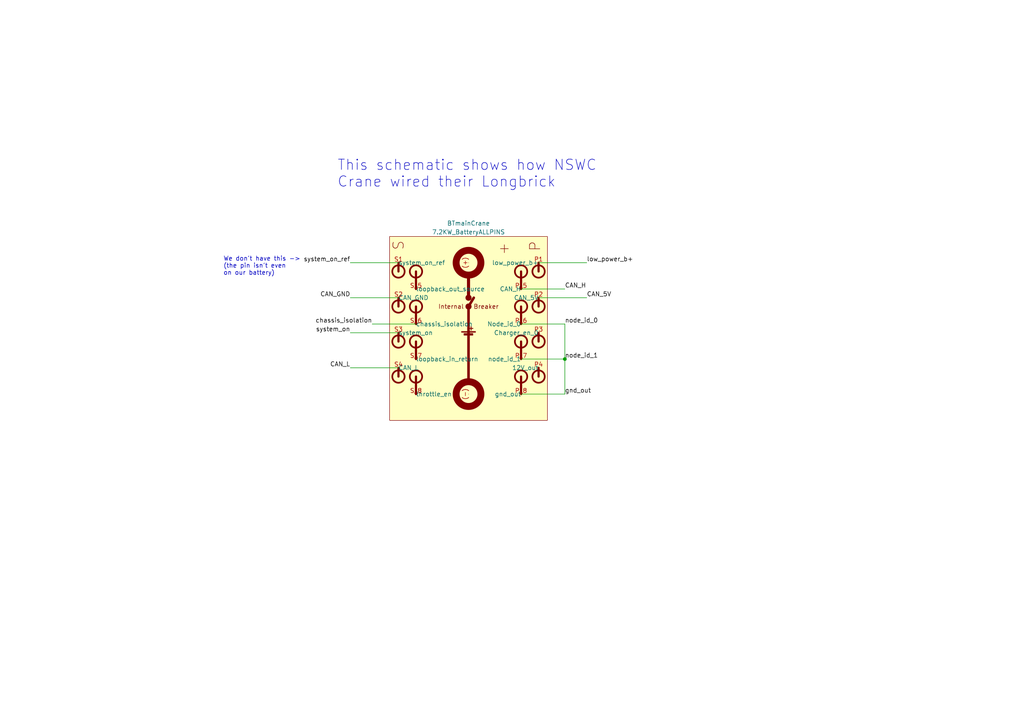
<source format=kicad_sch>
(kicad_sch (version 20211123) (generator eeschema)
  (paper "A4")
  (lib_symbols
    (symbol "CamachosSymbols:7.2KW_BatteryALLPINS" (pin_names (offset 0.002))
      (property "Reference" "BT?" (at -2.54 27.94 0))
      (property "Value" "7.2KW_BatteryALLPINS" (at -10.16 30.48 0))
      (symbol "7.2KW_BatteryALLPINS_0_0"
        (text "+" (at 10.16 21.844 900) (effects (font (size 3 3))))
        (text "Internal   Breaker" (at 0 5.08 0) (effects (font (size 1.27 1.27))))
        (text "P" (at 19.304 22.606 900) (effects (font (size 3 3))))
        (text "S" (at -20.32 22.86 900) (effects (font (size 3 3))))
      )
      (symbol "7.2KW_BatteryALLPINS_0_1"
        (circle (center -20.32 -15.24) (radius 1.7961) (stroke (width 0.5)) (fill (type background)))
        (circle (center -20.32 -5.08) (radius 1.7961) (stroke (width 0.5)) (fill (type background)))
        (circle (center -20.32 5.08) (radius 1.7961) (stroke (width 0.5)) (fill (type background)))
        (circle (center -20.32 15.24) (radius 1.7961) (stroke (width 0.5)) (fill (type background)))
        (circle (center -15.24 -15.24) (radius 1.7961) (stroke (width 0.5)) (fill (type background)))
        (circle (center -15.24 -5.08) (radius 1.7961) (stroke (width 0.5)) (fill (type background)))
        (circle (center -15.24 5.08) (radius 1.7961) (stroke (width 0.5)) (fill (type background)))
        (circle (center -15.24 15.24) (radius 1.7961) (stroke (width 0.5)) (fill (type background)))
        (rectangle (start -2.032 -2.159) (end 2.032 -2.413) (fill (type outline)))
        (rectangle (start -1.3208 -2.7432) (end 1.27 -3.2512) (fill (type outline)))
        (circle (center 0 -20.32) (radius 3.5921) (stroke (width 2)) (fill (type background)))
        (polyline (pts (xy -20.32 -12.7) (xy -20.32 -15.24)) (stroke (width 0.635)))
        (polyline (pts (xy -20.32 -2.54) (xy -20.32 -5.08)) (stroke (width 0.635)))
        (polyline (pts (xy -20.32 7.62) (xy -20.32 5.08)) (stroke (width 0.635)))
        (polyline (pts (xy -20.32 17.78) (xy -20.32 15.24)) (stroke (width 0.635)))
        (polyline (pts (xy -15.24 -15.24) (xy -15.24 -20.32)) (stroke (width 0.635)))
        (polyline (pts (xy -15.24 -5.08) (xy -15.24 -10.16)) (stroke (width 0.635)))
        (polyline (pts (xy -15.24 5.08) (xy -15.24 0)) (stroke (width 0.635)))
        (polyline (pts (xy -15.24 15.24) (xy -15.24 10.16)) (stroke (width 0.635)))
        (polyline (pts (xy 0 -17.272) (xy 0 5.08)) (stroke (width 0.75)))
        (polyline (pts (xy 0 2.921) (xy 0 3.683)))
        (polyline (pts (xy 0 5.08) (xy 1.524 7.62)) (stroke (width 0.75)))
        (polyline (pts (xy 0 7.62) (xy 0 13.97)) (stroke (width 0.9024)))
        (polyline (pts (xy 0.254 -1.27) (xy 1.27 -1.27)) (stroke (width 0.254)))
        (polyline (pts (xy 0.762 -0.762) (xy 0.762 -1.778)) (stroke (width 0.254)))
        (polyline (pts (xy 15.24 -15.24) (xy 15.24 -20.32)) (stroke (width 0.635)))
        (polyline (pts (xy 15.24 -5.08) (xy 15.24 -10.16)) (stroke (width 0.635)))
        (polyline (pts (xy 15.24 5.08) (xy 15.24 0)) (stroke (width 0.635)))
        (polyline (pts (xy 15.24 15.24) (xy 15.24 10.16)) (stroke (width 0.635)))
        (polyline (pts (xy 20.32 -12.7) (xy 20.32 -15.24)) (stroke (width 0.635)))
        (polyline (pts (xy 20.32 -2.54) (xy 20.32 -5.08)) (stroke (width 0.635)))
        (polyline (pts (xy 20.32 7.62) (xy 20.32 5.08)) (stroke (width 0.635)))
        (polyline (pts (xy 20.32 17.78) (xy 20.32 15.24)) (stroke (width 0.635)))
        (circle (center 0 5.08) (radius 0.508) (stroke (width 0.75)))
        (circle (center 0 7.62) (radius 0.508) (stroke (width 0.75)))
        (circle (center 0 17.78) (radius 3.5921) (stroke (width 2)) (fill (type background)))
        (circle (center 15.24 -15.24) (radius 1.7961) (stroke (width 0.5)) (fill (type background)))
        (circle (center 15.24 -5.08) (radius 1.7961) (stroke (width 0.5)) (fill (type background)))
        (circle (center 15.24 5.08) (radius 1.7961) (stroke (width 0.5)) (fill (type background)))
        (circle (center 15.24 15.24) (radius 1.7961) (stroke (width 0.5)) (fill (type background)))
        (circle (center 20.32 -15.24) (radius 1.7961) (stroke (width 0.5)) (fill (type background)))
        (circle (center 20.32 -5.08) (radius 1.7961) (stroke (width 0.5)) (fill (type background)))
        (circle (center 20.32 5.08) (radius 1.7961) (stroke (width 0.5)) (fill (type background)))
        (circle (center 20.32 15.24) (radius 1.7961) (stroke (width 0.5)) (fill (type background)))
        (rectangle (start 22.86 -27.94) (end -22.86 25.4) (fill (type background)))
      )
      (symbol "7.2KW_BatteryALLPINS_1_1"
        (pin passive line (at 0 17.78 270) (length 0) (name "") (number "(+)"))
        (pin passive line (at 0 -20.32 90) (length 0) (name "") (number "(-)"))
        (pin input line (at 20.32 17.78 180) (length 0) (name "low_power_b+") (number "P1"))
        (pin input line (at 20.32 7.62 180) (length 0) (name "CAN_5V") (number "P2"))
        (pin input line (at 20.32 -2.54 180) (length 0) (name "Charger_en_0") (number "P3"))
        (pin input line (at 20.32 -12.7 180) (length 0) (name "12V_out") (number "P4"))
        (pin input line (at 15.24 10.16 180) (length 0) (name "CAN_H") (number "P_5"))
        (pin input line (at 15.24 0 180) (length 0) (name "Node_id_0") (number "P_6"))
        (pin input line (at 15.24 -10.16 180) (length 0) (name "node_id_1") (number "P_7"))
        (pin input line (at 15.24 -20.32 180) (length 0) (name "gnd_out") (number "P_8"))
        (pin input line (at -20.32 17.78 0) (length 0) (name "system_on_ref") (number "S1"))
        (pin input line (at -20.32 7.62 0) (length 0) (name "CAN_GND") (number "S2"))
        (pin input line (at -20.32 -2.54 0) (length 0) (name "system_on") (number "S3"))
        (pin input line (at -20.32 -12.7 0) (length 0) (name "CAN_L") (number "S4"))
        (pin input line (at -15.24 10.16 0) (length 0) (name "loopback_out_source") (number "S_5"))
        (pin input line (at -15.24 0 0) (length 0) (name "chassis_isolation") (number "S_6"))
        (pin input line (at -15.24 -10.16 0) (length 0) (name "loopback_in_return") (number "S_7"))
        (pin input line (at -15.24 -20.32 0) (length 0) (name "throttle_en") (number "S_8"))
      )
    )
  )
  (junction (at 163.83 104.14))
  (wire (pts (xy 156.21 86.36) (xy 170.18 86.36)))
  (wire (pts (xy 101.6 86.36) (xy 115.57 86.36)))
  (wire (pts (xy 163.83 93.98) (xy 163.83 104.14)))
  (wire (pts (xy 101.6 76.2) (xy 115.57 76.2)))
  (wire (pts (xy 151.13 83.82) (xy 163.83 83.82)))
  (wire (pts (xy 151.13 114.3) (xy 163.83 114.3)))
  (wire (pts (xy 151.13 93.98) (xy 163.83 93.98)))
  (wire (pts (xy 107.95 93.98) (xy 120.65 93.98)))
  (wire (pts (xy 101.6 106.68) (xy 115.57 106.68)))
  (wire (pts (xy 101.6 96.52) (xy 115.57 96.52)))
  (wire (pts (xy 151.13 104.14) (xy 163.83 104.14)))
  (wire (pts (xy 156.21 76.2) (xy 170.18 76.2)))
  (wire (pts (xy 163.83 114.3) (xy 163.83 104.14)))
  (text "This schematic shows how NSWC\nCrane wired their Longbrick" (at 97.79 54.61 0) (effects (font (size 3 3)) (justify left bottom)))
  (text "We don't have this ->\n(the pin isn't even\non our battery)" (at 64.77 80.01 0) (effects (font (size 1.27 1.27)) (justify left bottom)))
  (label "chassis_isolation" (at 107.95 93.98 180))
  (label "CAN_GND" (at 101.6 86.36 180))
  (label "CAN_L" (at 101.6 106.68 180))
  (label "gnd_out" (at 163.83 114.3 0))
  (label "CAN_5V" (at 170.18 86.36 0))
  (label "node_id_1" (at 163.83 104.14 0))
  (label "low_power_b+" (at 170.18 76.2 0))
  (label "system_on" (at 101.6 96.52 180))
  (label "system_on_ref" (at 101.6 76.2 180))
  (label "node_id_0" (at 163.83 93.98 0))
  (label "CAN_H" (at 163.83 83.82 0))
  (symbol (lib_id "CamachosSymbols:7.2KW_BatteryALLPINS") (at 135.89 93.98 0) (unit 1)
    (property "Reference" "BTmainCrane" (at 135.89 64.77 0))
    (property "Value" "7.2KW_BatteryALLPINS" (at 135.89 67.31 0))
  )
)
</source>
